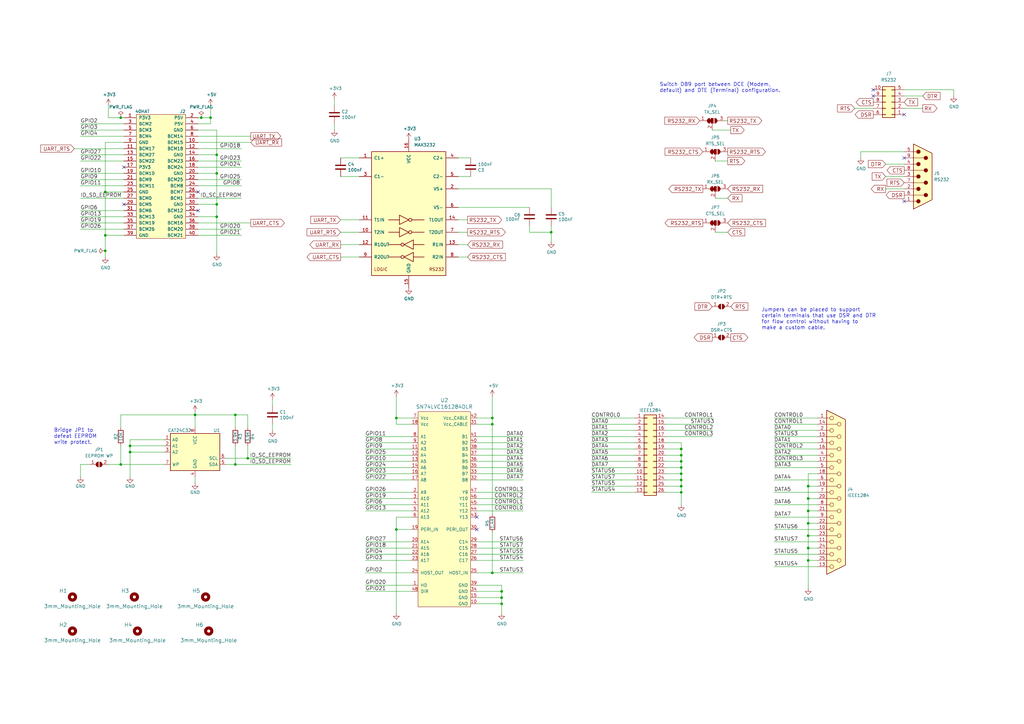
<source format=kicad_sch>
(kicad_sch (version 20230121) (generator eeschema)
  (paper "A3")
  (title_block (title "Raspberry Pi IEEE 1284 & Serial Port HAT") (date "2020-07-20") (rev "V.4"))
  (junction (at 86.36 48.26))
  (junction (at 53.34 182.88))
  (junction (at 201.93 173.99))
  (junction (at 162.56 217.17))
  (junction (at 205.74 242.57))
  (junction (at 331.47 229.87))
  (junction (at 279.4 199.39))
  (junction (at 279.4 184.15))
  (junction (at 279.4 194.31))
  (junction (at 205.74 245.11))
  (junction (at 331.47 224.79))
  (junction (at 88.9 63.5))
  (junction (at 201.93 171.45))
  (junction (at 43.18 78.74))
  (junction (at 96.52 170.18))
  (junction (at 279.4 191.77))
  (junction (at 43.18 96.52))
  (junction (at 88.9 83.82))
  (junction (at 226.06 95.25))
  (junction (at 331.47 209.55))
  (junction (at 279.4 196.85))
  (junction (at 331.47 199.39))
  (junction (at 43.18 102.87))
  (junction (at 279.4 186.69))
  (junction (at 205.74 247.65))
  (junction (at 88.9 71.12))
  (junction (at 53.34 185.42))
  (junction (at 201.93 234.95))
  (junction (at 101.6 187.96))
  (junction (at 279.4 201.93))
  (junction (at 331.47 204.47))
  (junction (at 49.53 190.5))
  (junction (at 49.53 48.26))
  (junction (at 331.47 219.71))
  (junction (at 82.55 48.26))
  (junction (at 88.9 88.9))
  (junction (at 96.52 190.5))
  (junction (at 331.47 214.63))
  (junction (at 162.56 171.45))
  (junction (at 80.01 170.18))
  (junction (at 279.4 189.23))
  (no_connect (at 50.8 83.82))
  (no_connect (at 195.58 212.09))
  (no_connect (at 370.84 46.99))
  (no_connect (at 81.28 86.36))
  (no_connect (at 81.28 78.74))
  (no_connect (at 358.14 39.37))
  (no_connect (at 50.8 68.58))
  (no_connect (at 370.84 82.55))
  (no_connect (at 358.14 36.83))
  (no_connect (at 370.84 64.77))
  (no_connect (at 195.58 217.17))
  (wire (pts (xy 162.56 217.17) (xy 162.56 251.46)))
  (wire (pts (xy 226.06 77.47) (xy 226.06 85.09)))
  (wire (pts (xy 168.91 242.57) (xy 149.86 242.57)))
  (wire (pts (xy 195.58 181.61) (xy 214.63 181.61)))
  (wire (pts (xy 260.35 201.93) (xy 242.57 201.93)))
  (wire (pts (xy 49.53 182.88) (xy 49.53 190.5)))
  (wire (pts (xy 96.52 170.18) (xy 80.01 170.18)))
  (wire (pts (xy 201.93 171.45) (xy 195.58 171.45)))
  (wire (pts (xy 226.06 95.25) (xy 226.06 99.06)))
  (wire (pts (xy 195.58 204.47) (xy 214.63 204.47)))
  (wire (pts (xy 80.01 195.58) (xy 80.01 198.12)))
  (wire (pts (xy 273.05 173.99) (xy 292.1 173.99)))
  (wire (pts (xy 195.58 227.33) (xy 214.63 227.33)))
  (wire (pts (xy 195.58 201.93) (xy 214.63 201.93)))
  (wire (pts (xy 139.7 64.77) (xy 147.32 64.77)))
  (wire (pts (xy 201.93 173.99) (xy 201.93 171.45)))
  (wire (pts (xy 137.16 50.8) (xy 137.16 53.34)))
  (wire (pts (xy 335.28 186.69) (xy 317.5 186.69)))
  (wire (pts (xy 30.48 60.96) (xy 50.8 60.96)))
  (wire (pts (xy 162.56 212.09) (xy 162.56 217.17)))
  (wire (pts (xy 81.28 63.5) (xy 88.9 63.5)))
  (wire (pts (xy 201.93 234.95) (xy 214.63 234.95)))
  (wire (pts (xy 273.05 186.69) (xy 279.4 186.69)))
  (wire (pts (xy 201.93 210.82) (xy 201.93 173.99)))
  (wire (pts (xy 53.34 185.42) (xy 67.31 185.42)))
  (wire (pts (xy 205.74 247.65) (xy 205.74 251.46)))
  (wire (pts (xy 81.28 68.58) (xy 99.06 68.58)))
  (wire (pts (xy 363.22 67.31) (xy 370.84 67.31)))
  (wire (pts (xy 195.58 240.03) (xy 205.74 240.03)))
  (wire (pts (xy 226.06 92.71) (xy 226.06 95.25)))
  (wire (pts (xy 96.52 190.5) (xy 119.38 190.5)))
  (wire (pts (xy 195.58 179.07) (xy 214.63 179.07)))
  (wire (pts (xy 350.52 44.45) (xy 358.14 44.45)))
  (wire (pts (xy 279.4 181.61) (xy 279.4 184.15)))
  (wire (pts (xy 363.22 72.39) (xy 370.84 72.39)))
  (wire (pts (xy 53.34 180.34) (xy 67.31 180.34)))
  (wire (pts (xy 370.84 39.37) (xy 378.46 39.37)))
  (wire (pts (xy 187.96 90.17) (xy 191.77 90.17)))
  (wire (pts (xy 43.18 102.87) (xy 43.18 105.41)))
  (wire (pts (xy 162.56 173.99) (xy 162.56 171.45)))
  (wire (pts (xy 43.18 58.42) (xy 43.18 78.74)))
  (wire (pts (xy 168.91 204.47) (xy 149.86 204.47)))
  (wire (pts (xy 335.28 176.53) (xy 317.5 176.53)))
  (wire (pts (xy 168.91 201.93) (xy 149.86 201.93)))
  (wire (pts (xy 195.58 207.01) (xy 214.63 207.01)))
  (wire (pts (xy 82.55 48.26) (xy 86.36 48.26)))
  (wire (pts (xy 50.8 53.34) (xy 33.02 53.34)))
  (wire (pts (xy 81.28 60.96) (xy 99.06 60.96)))
  (wire (pts (xy 205.74 240.03) (xy 205.74 242.57)))
  (wire (pts (xy 168.91 179.07) (xy 149.86 179.07)))
  (wire (pts (xy 168.91 224.79) (xy 149.86 224.79)))
  (wire (pts (xy 162.56 171.45) (xy 162.56 162.56)))
  (wire (pts (xy 195.58 222.25) (xy 214.63 222.25)))
  (wire (pts (xy 335.28 184.15) (xy 317.5 184.15)))
  (wire (pts (xy 331.47 214.63) (xy 331.47 219.71)))
  (wire (pts (xy 44.45 48.26) (xy 49.53 48.26)))
  (wire (pts (xy 226.06 77.47) (xy 187.96 77.47)))
  (wire (pts (xy 273.05 196.85) (xy 279.4 196.85)))
  (wire (pts (xy 297.18 49.53) (xy 298.45 49.53)))
  (wire (pts (xy 81.28 76.2) (xy 99.06 76.2)))
  (wire (pts (xy 50.8 78.74) (xy 43.18 78.74)))
  (wire (pts (xy 335.28 189.23) (xy 317.5 189.23)))
  (wire (pts (xy 335.28 201.93) (xy 317.5 201.93)))
  (wire (pts (xy 96.52 190.5) (xy 92.71 190.5)))
  (wire (pts (xy 201.93 218.44) (xy 201.93 234.95)))
  (wire (pts (xy 81.28 66.04) (xy 99.06 66.04)))
  (wire (pts (xy 335.28 212.09) (xy 317.5 212.09)))
  (wire (pts (xy 331.47 199.39) (xy 335.28 199.39)))
  (wire (pts (xy 205.74 242.57) (xy 205.74 245.11)))
  (wire (pts (xy 195.58 209.55) (xy 214.63 209.55)))
  (wire (pts (xy 279.4 201.93) (xy 279.4 207.01)))
  (wire (pts (xy 293.37 95.25) (xy 298.45 95.25)))
  (wire (pts (xy 168.91 240.03) (xy 149.86 240.03)))
  (wire (pts (xy 168.91 194.31) (xy 149.86 194.31)))
  (wire (pts (xy 81.28 50.8) (xy 86.36 50.8)))
  (wire (pts (xy 370.84 36.83) (xy 391.16 36.83)))
  (wire (pts (xy 50.8 81.28) (xy 33.02 81.28)))
  (wire (pts (xy 168.91 227.33) (xy 149.86 227.33)))
  (wire (pts (xy 33.02 190.5) (xy 36.83 190.5)))
  (wire (pts (xy 168.91 184.15) (xy 149.86 184.15)))
  (wire (pts (xy 195.58 186.69) (xy 214.63 186.69)))
  (wire (pts (xy 168.91 229.87) (xy 149.86 229.87)))
  (wire (pts (xy 331.47 224.79) (xy 331.47 229.87)))
  (wire (pts (xy 331.47 229.87) (xy 331.47 241.3)))
  (wire (pts (xy 293.37 81.28) (xy 298.45 81.28)))
  (wire (pts (xy 195.58 184.15) (xy 214.63 184.15)))
  (wire (pts (xy 81.28 93.98) (xy 99.06 93.98)))
  (wire (pts (xy 49.53 48.26) (xy 50.8 48.26)))
  (wire (pts (xy 331.47 199.39) (xy 331.47 204.47)))
  (wire (pts (xy 111.76 173.99) (xy 111.76 176.53)))
  (wire (pts (xy 50.8 86.36) (xy 33.02 86.36)))
  (wire (pts (xy 331.47 224.79) (xy 335.28 224.79)))
  (wire (pts (xy 44.45 190.5) (xy 49.53 190.5)))
  (wire (pts (xy 80.01 170.18) (xy 49.53 170.18)))
  (wire (pts (xy 335.28 194.31) (xy 331.47 194.31)))
  (wire (pts (xy 81.28 73.66) (xy 99.06 73.66)))
  (wire (pts (xy 260.35 191.77) (xy 242.57 191.77)))
  (wire (pts (xy 168.91 217.17) (xy 162.56 217.17)))
  (wire (pts (xy 260.35 199.39) (xy 242.57 199.39)))
  (wire (pts (xy 195.58 194.31) (xy 214.63 194.31)))
  (wire (pts (xy 260.35 179.07) (xy 242.57 179.07)))
  (wire (pts (xy 96.52 175.26) (xy 96.52 170.18)))
  (wire (pts (xy 101.6 170.18) (xy 96.52 170.18)))
  (wire (pts (xy 273.05 184.15) (xy 279.4 184.15)))
  (wire (pts (xy 168.91 173.99) (xy 162.56 173.99)))
  (wire (pts (xy 96.52 182.88) (xy 96.52 190.5)))
  (wire (pts (xy 50.8 93.98) (xy 33.02 93.98)))
  (wire (pts (xy 331.47 209.55) (xy 331.47 214.63)))
  (wire (pts (xy 43.18 78.74) (xy 43.18 96.52)))
  (wire (pts (xy 168.91 196.85) (xy 149.86 196.85)))
  (wire (pts (xy 86.36 50.8) (xy 86.36 48.26)))
  (wire (pts (xy 80.01 170.18) (xy 80.01 175.26)))
  (wire (pts (xy 81.28 48.26) (xy 82.55 48.26)))
  (wire (pts (xy 139.7 100.33) (xy 147.32 100.33)))
  (wire (pts (xy 43.18 96.52) (xy 43.18 102.87)))
  (wire (pts (xy 273.05 176.53) (xy 292.1 176.53)))
  (wire (pts (xy 195.58 196.85) (xy 214.63 196.85)))
  (wire (pts (xy 195.58 247.65) (xy 205.74 247.65)))
  (wire (pts (xy 335.28 181.61) (xy 317.5 181.61)))
  (wire (pts (xy 353.06 62.23) (xy 353.06 64.77)))
  (wire (pts (xy 335.28 171.45) (xy 317.5 171.45)))
  (wire (pts (xy 335.28 232.41) (xy 317.5 232.41)))
  (wire (pts (xy 88.9 88.9) (xy 88.9 104.14)))
  (wire (pts (xy 187.96 95.25) (xy 191.77 95.25)))
  (wire (pts (xy 101.6 187.96) (xy 101.6 182.88)))
  (wire (pts (xy 273.05 171.45) (xy 292.1 171.45)))
  (wire (pts (xy 102.87 58.42) (xy 81.28 58.42)))
  (wire (pts (xy 195.58 234.95) (xy 201.93 234.95)))
  (wire (pts (xy 81.28 71.12) (xy 88.9 71.12)))
  (wire (pts (xy 139.7 95.25) (xy 147.32 95.25)))
  (wire (pts (xy 81.28 83.82) (xy 88.9 83.82)))
  (wire (pts (xy 260.35 181.61) (xy 242.57 181.61)))
  (wire (pts (xy 187.96 85.09) (xy 217.17 85.09)))
  (wire (pts (xy 273.05 181.61) (xy 279.4 181.61)))
  (wire (pts (xy 139.7 105.41) (xy 147.32 105.41)))
  (wire (pts (xy 195.58 229.87) (xy 214.63 229.87)))
  (wire (pts (xy 273.05 179.07) (xy 292.1 179.07)))
  (wire (pts (xy 44.45 48.26) (xy 44.45 43.18)))
  (wire (pts (xy 378.46 44.45) (xy 370.84 44.45)))
  (wire (pts (xy 50.8 58.42) (xy 43.18 58.42)))
  (wire (pts (xy 187.96 100.33) (xy 191.77 100.33)))
  (wire (pts (xy 331.47 204.47) (xy 335.28 204.47)))
  (wire (pts (xy 260.35 173.99) (xy 242.57 173.99)))
  (wire (pts (xy 335.28 207.01) (xy 317.5 207.01)))
  (wire (pts (xy 279.4 189.23) (xy 279.4 191.77)))
  (wire (pts (xy 88.9 83.82) (xy 88.9 88.9)))
  (wire (pts (xy 139.7 90.17) (xy 147.32 90.17)))
  (wire (pts (xy 335.28 227.33) (xy 317.5 227.33)))
  (wire (pts (xy 168.91 212.09) (xy 162.56 212.09)))
  (wire (pts (xy 168.91 171.45) (xy 162.56 171.45)))
  (wire (pts (xy 168.91 186.69) (xy 149.86 186.69)))
  (wire (pts (xy 195.58 173.99) (xy 201.93 173.99)))
  (wire (pts (xy 50.8 73.66) (xy 33.02 73.66)))
  (wire (pts (xy 88.9 63.5) (xy 88.9 71.12)))
  (wire (pts (xy 195.58 242.57) (xy 205.74 242.57)))
  (wire (pts (xy 50.8 96.52) (xy 43.18 96.52)))
  (wire (pts (xy 81.28 96.52) (xy 99.06 96.52)))
  (wire (pts (xy 67.31 182.88) (xy 53.34 182.88)))
  (wire (pts (xy 53.34 180.34) (xy 53.34 182.88)))
  (wire (pts (xy 195.58 245.11) (xy 205.74 245.11)))
  (wire (pts (xy 331.47 194.31) (xy 331.47 199.39)))
  (wire (pts (xy 273.05 189.23) (xy 279.4 189.23)))
  (wire (pts (xy 292.1 53.34) (xy 299.72 53.34)))
  (wire (pts (xy 279.4 184.15) (xy 279.4 186.69)))
  (wire (pts (xy 168.91 189.23) (xy 149.86 189.23)))
  (wire (pts (xy 260.35 176.53) (xy 242.57 176.53)))
  (wire (pts (xy 168.91 191.77) (xy 149.86 191.77)))
  (wire (pts (xy 335.28 173.99) (xy 317.5 173.99)))
  (wire (pts (xy 335.28 217.17) (xy 317.5 217.17)))
  (wire (pts (xy 260.35 194.31) (xy 242.57 194.31)))
  (wire (pts (xy 205.74 245.11) (xy 205.74 247.65)))
  (wire (pts (xy 33.02 66.04) (xy 50.8 66.04)))
  (wire (pts (xy 50.8 50.8) (xy 33.02 50.8)))
  (wire (pts (xy 137.16 40.64) (xy 137.16 43.18)))
  (wire (pts (xy 201.93 162.56) (xy 201.93 171.45)))
  (wire (pts (xy 139.7 72.39) (xy 147.32 72.39)))
  (wire (pts (xy 260.35 186.69) (xy 242.57 186.69)))
  (wire (pts (xy 88.9 71.12) (xy 88.9 83.82)))
  (wire (pts (xy 168.91 234.95) (xy 149.86 234.95)))
  (wire (pts (xy 273.05 191.77) (xy 279.4 191.77)))
  (wire (pts (xy 50.8 63.5) (xy 33.02 63.5)))
  (wire (pts (xy 331.47 229.87) (xy 335.28 229.87)))
  (wire (pts (xy 335.28 196.85) (xy 317.5 196.85)))
  (wire (pts (xy 80.01 168.91) (xy 80.01 170.18)))
  (wire (pts (xy 370.84 62.23) (xy 353.06 62.23)))
  (wire (pts (xy 335.28 179.07) (xy 317.5 179.07)))
  (wire (pts (xy 273.05 201.93) (xy 279.4 201.93)))
  (wire (pts (xy 260.35 189.23) (xy 242.57 189.23)))
  (wire (pts (xy 331.47 219.71) (xy 331.47 224.79)))
  (wire (pts (xy 195.58 191.77) (xy 214.63 191.77)))
  (wire (pts (xy 81.28 53.34) (xy 88.9 53.34)))
  (wire (pts (xy 335.28 191.77) (xy 317.5 191.77)))
  (wire (pts (xy 273.05 199.39) (xy 279.4 199.39)))
  (wire (pts (xy 101.6 187.96) (xy 119.38 187.96)))
  (wire (pts (xy 335.28 222.25) (xy 317.5 222.25)))
  (wire (pts (xy 92.71 187.96) (xy 101.6 187.96)))
  (wire (pts (xy 279.4 196.85) (xy 279.4 199.39)))
  (wire (pts (xy 50.8 76.2) (xy 33.02 76.2)))
  (wire (pts (xy 50.8 91.44) (xy 33.02 91.44)))
  (wire (pts (xy 279.4 199.39) (xy 279.4 201.93)))
  (wire (pts (xy 88.9 53.34) (xy 88.9 63.5)))
  (wire (pts (xy 293.37 66.04) (xy 298.45 66.04)))
  (wire (pts (xy 50.8 88.9) (xy 33.02 88.9)))
  (wire (pts (xy 273.05 194.31) (xy 279.4 194.31)))
  (wire (pts (xy 50.8 71.12) (xy 33.02 71.12)))
  (wire (pts (xy 331.47 219.71) (xy 335.28 219.71)))
  (wire (pts (xy 81.28 81.28) (xy 99.06 81.28)))
  (wire (pts (xy 81.28 91.44) (xy 102.87 91.44)))
  (wire (pts (xy 279.4 194.31) (xy 279.4 196.85)))
  (wire (pts (xy 217.17 92.71) (xy 217.17 95.25)))
  (wire (pts (xy 33.02 190.5) (xy 33.02 195.58)))
  (wire (pts (xy 279.4 186.69) (xy 279.4 189.23)))
  (wire (pts (xy 331.47 204.47) (xy 331.47 209.55)))
  (wire (pts (xy 260.35 171.45) (xy 242.57 171.45)))
  (wire (pts (xy 81.28 88.9) (xy 88.9 88.9)))
  (wire (pts (xy 187.96 64.77) (xy 193.04 64.77)))
  (wire (pts (xy 363.22 77.47) (xy 370.84 77.47)))
  (wire (pts (xy 49.53 175.26) (xy 49.53 170.18)))
  (wire (pts (xy 260.35 196.85) (xy 242.57 196.85)))
  (wire (pts (xy 102.87 55.88) (xy 81.28 55.88)))
  (wire (pts (xy 331.47 209.55) (xy 335.28 209.55)))
  (wire (pts (xy 168.91 181.61) (xy 149.86 181.61)))
  (wire (pts (xy 101.6 175.26) (xy 101.6 170.18)))
  (wire (pts (xy 50.8 55.88) (xy 33.02 55.88)))
  (wire (pts (xy 260.35 184.15) (xy 242.57 184.15)))
  (wire (pts (xy 168.91 209.55) (xy 149.86 209.55)))
  (wire (pts (xy 53.34 182.88) (xy 53.34 185.42)))
  (wire (pts (xy 111.76 163.83) (xy 111.76 166.37)))
  (wire (pts (xy 279.4 191.77) (xy 279.4 194.31)))
  (wire (pts (xy 187.96 72.39) (xy 193.04 72.39)))
  (wire (pts (xy 195.58 189.23) (xy 214.63 189.23)))
  (wire (pts (xy 168.91 207.01) (xy 149.86 207.01)))
  (wire (pts (xy 195.58 224.79) (xy 214.63 224.79)))
  (wire (pts (xy 391.16 36.83) (xy 391.16 39.37)))
  (wire (pts (xy 217.17 95.25) (xy 226.06 95.25)))
  (wire (pts (xy 86.36 48.26) (xy 86.36 43.18)))
  (wire (pts (xy 168.91 222.25) (xy 149.86 222.25)))
  (wire (pts (xy 53.34 185.42) (xy 53.34 195.58)))
  (wire (pts (xy 331.47 214.63) (xy 335.28 214.63)))
  (wire (pts (xy 191.77 105.41) (xy 187.96 105.41)))
  (wire (pts (xy 49.53 190.5) (xy 67.31 190.5)))
  (text "Switch DB9 port between DCE (Modem, \ndefault) and DTE (Terminal) configuration." (at 270.51 38.1 0) (effects (font (size 1.524 1.524)) (justify left bottom)))
  (text "Bridge JP1 to\ndefeat EEPROM\nwrite protect." (at 22.098 182.372 0) (effects (font (size 1.524 1.524)) (justify left bottom)))
  (text "Jumpers can be placed to support \ncertain terminals that use DSR and DTR \nfor flow control without having to \nmake a custom cable." (at 312.293 135.382 0) (effects (font (size 1.524 1.524)) (justify left bottom)))
  (label "GPIO10" (at 149.86 189.23 0) (effects (font (size 1.524 1.524))))
  (label "DATA2" (at 214.63 184.15 180) (effects (font (size 1.524 1.524))))
  (label "STATUS7" (at 242.57 196.85 0) (effects (font (size 1.524 1.524))))
  (label "GPIO13" (at 149.86 209.55 0) (effects (font (size 1.524 1.524))))
  (label "DATA5" (at 214.63 191.77 180) (effects (font (size 1.524 1.524))))
  (label "STATUS5" (at 214.63 227.33 180) (effects (font (size 1.524 1.524))))
  (label "CONTROL0" (at 317.5 171.45 0) (effects (font (size 1.524 1.524))))
  (label "CONTROL0" (at 242.57 171.45 0) (effects (font (size 1.524 1.524))))
  (label "GPIO18" (at 90.17 60.96 0) (effects (font (size 1.524 1.524))))
  (label "ID_SD_EEPROM" (at 33.02 81.28 0) (effects (font (size 1.524 1.524))))
  (label "STATUS4" (at 317.5 232.41 0) (effects (font (size 1.524 1.524))))
  (label "GPIO6" (at 33.02 86.36 0) (effects (font (size 1.524 1.524))))
  (label "STATUS3" (at 317.5 179.07 0) (effects (font (size 1.524 1.524))))
  (label "DATA7" (at 242.57 191.77 0) (effects (font (size 1.524 1.524))))
  (label "DATA4" (at 214.63 189.23 180) (effects (font (size 1.524 1.524))))
  (label "GPIO25" (at 90.17 73.66 0) (effects (font (size 1.524 1.524))))
  (label "DATA6" (at 214.63 194.31 180) (effects (font (size 1.524 1.524))))
  (label "GPIO4" (at 33.02 55.88 0) (effects (font (size 1.524 1.524))))
  (label "GPIO21" (at 149.86 242.57 0) (effects (font (size 1.524 1.524))))
  (label "DATA7" (at 214.63 196.85 180) (effects (font (size 1.524 1.524))))
  (label "CONTROL0" (at 214.63 209.55 180) (effects (font (size 1.524 1.524))))
  (label "DATA5" (at 242.57 186.69 0) (effects (font (size 1.524 1.524))))
  (label "CONTROL2" (at 317.5 184.15 0) (effects (font (size 1.524 1.524))))
  (label "STATUS4" (at 242.57 201.93 0) (effects (font (size 1.524 1.524))))
  (label "DATA5" (at 317.5 201.93 0) (effects (font (size 1.524 1.524))))
  (label "GPIO2" (at 33.02 50.8 0) (effects (font (size 1.524 1.524))))
  (label "GPIO26" (at 149.86 201.93 0) (effects (font (size 1.524 1.524))))
  (label "GPIO23" (at 90.17 66.04 0) (effects (font (size 1.524 1.524))))
  (label "STATUS3" (at 283.21 173.99 0) (effects (font (size 1.524 1.524))))
  (label "CONTROL1" (at 280.67 171.45 0) (effects (font (size 1.524 1.524))))
  (label "DATA0" (at 317.5 176.53 0) (effects (font (size 1.524 1.524))))
  (label "GPIO8" (at 91.44 76.2 0) (effects (font (size 1.524 1.524))))
  (label "GPIO9" (at 33.02 73.66 0) (effects (font (size 1.524 1.524))))
  (label "DATA3" (at 242.57 181.61 0) (effects (font (size 1.524 1.524))))
  (label "DATA3" (at 214.63 186.69 180) (effects (font (size 1.524 1.524))))
  (label "GPIO18" (at 149.86 224.79 0) (effects (font (size 1.524 1.524))))
  (label "DATA3" (at 317.5 191.77 0) (effects (font (size 1.524 1.524))))
  (label "GPIO10" (at 33.02 71.12 0) (effects (font (size 1.524 1.524))))
  (label "GPIO23" (at 149.86 194.31 0) (effects (font (size 1.524 1.524))))
  (label "GPIO11" (at 149.86 179.07 0) (effects (font (size 1.524 1.524))))
  (label "STATUS5" (at 317.5 227.33 0) (effects (font (size 1.524 1.524))))
  (label "CONTROL3" (at 317.5 189.23 0) (effects (font (size 1.524 1.524))))
  (label "CONTROL1" (at 317.5 173.99 0) (effects (font (size 1.524 1.524))))
  (label "DATA6" (at 317.5 207.01 0) (effects (font (size 1.524 1.524))))
  (label "GPIO24" (at 149.86 191.77 0) (effects (font (size 1.524 1.524))))
  (label "CONTROL1" (at 214.63 207.01 180) (effects (font (size 1.524 1.524))))
  (label "DATA1" (at 317.5 181.61 0) (effects (font (size 1.524 1.524))))
  (label "STATUS6" (at 242.57 194.31 0) (effects (font (size 1.524 1.524))))
  (label "ID_SC_EEPROM" (at 99.06 81.28 180) (effects (font (size 1.524 1.524))))
  (label "DATA2" (at 317.5 186.69 0) (effects (font (size 1.524 1.524))))
  (label "DATA4" (at 317.5 196.85 0) (effects (font (size 1.524 1.524))))
  (label "GPIO25" (at 149.86 186.69 0) (effects (font (size 1.524 1.524))))
  (label "STATUS7" (at 214.63 224.79 180) (effects (font (size 1.524 1.524))))
  (label "DATA4" (at 242.57 184.15 0) (effects (font (size 1.524 1.524))))
  (label "GPIO2" (at 149.86 234.95 0) (effects (font (size 1.524 1.524))))
  (label "GPIO22" (at 149.86 196.85 0) (effects (font (size 1.524 1.524))))
  (label "DATA1" (at 214.63 181.61 180) (effects (font (size 1.524 1.524))))
  (label "DATA1" (at 242.57 176.53 0) (effects (font (size 1.524 1.524))))
  (label "ID_SC_EEPROM" (at 119.38 187.96 180) (effects (font (size 1.524 1.524))))
  (label "GPIO20" (at 90.17 93.98 0) (effects (font (size 1.524 1.524))))
  (label "STATUS6" (at 317.5 217.17 0) (effects (font (size 1.524 1.524))))
  (label "STATUS4" (at 214.63 229.87 180) (effects (font (size 1.524 1.524))))
  (label "GPIO27" (at 149.86 222.25 0) (effects (font (size 1.524 1.524))))
  (label "DATA7" (at 317.5 212.09 0) (effects (font (size 1.524 1.524))))
  (label "GPIO8" (at 149.86 181.61 0) (effects (font (size 1.524 1.524))))
  (label "GPIO13" (at 33.02 88.9 0) (effects (font (size 1.524 1.524))))
  (label "STATUS5" (at 242.57 199.39 0) (effects (font (size 1.524 1.524))))
  (label "CONTROL2" (at 214.63 204.47 180) (effects (font (size 1.524 1.524))))
  (label "GPIO19" (at 149.86 204.47 0) (effects (font (size 1.524 1.524))))
  (label "ID_SD_EEPROM" (at 119.38 190.5 180) (effects (font (size 1.524 1.524))))
  (label "GPIO20" (at 149.86 240.03 0) (effects (font (size 1.524 1.524))))
  (label "GPIO4" (at 149.86 227.33 0) (effects (font (size 1.524 1.524))))
  (label "DATA0" (at 242.57 173.99 0) (effects (font (size 1.524 1.524))))
  (label "DATA2" (at 242.57 179.07 0) (effects (font (size 1.524 1.524))))
  (label "GPIO21" (at 90.17 96.52 0) (effects (font (size 1.524 1.524))))
  (label "DATA0" (at 214.63 179.07 180) (effects (font (size 1.524 1.524))))
  (label "GPIO19" (at 33.02 91.44 0) (effects (font (size 1.524 1.524))))
  (label "GPIO6" (at 149.86 207.01 0) (effects (font (size 1.524 1.524))))
  (label "STATUS6" (at 214.63 222.25 180) (effects (font (size 1.524 1.524))))
  (label "CONTROL3" (at 280.67 179.07 0) (effects (font (size 1.524 1.524))))
  (label "DATA6" (at 242.57 189.23 0) (effects (font (size 1.524 1.524))))
  (label "STATUS3" (at 214.63 234.95 180) (effects (font (size 1.524 1.524))))
  (label "GPIO27" (at 33.02 63.5 0) (effects (font (size 1.524 1.524))))
  (label "GPIO26" (at 33.02 93.98 0) (effects (font (size 1.524 1.524))))
  (label "GPIO9" (at 149.86 184.15 0) (effects (font (size 1.524 1.524))))
  (label "CONTROL3" (at 214.63 201.93 180) (effects (font (size 1.524 1.524))))
  (label "GPIO22" (at 33.02 66.04 0) (effects (font (size 1.524 1.524))))
  (label "CONTROL2" (at 280.67 176.53 0) (effects (font (size 1.524 1.524))))
  (label "GPIO24" (at 90.17 68.58 0) (effects (font (size 1.524 1.524))))
  (label "STATUS7" (at 317.5 222.25 0) (effects (font (size 1.524 1.524))))
  (label "GPIO11" (at 33.02 76.2 0) (effects (font (size 1.524 1.524))))
  (label "GPIO3" (at 149.86 229.87 0) (effects (font (size 1.524 1.524))))
  (label "GPIO3" (at 33.02 53.34 0) (effects (font (size 1.524 1.524))))
  (global_label "RTS" (shape input) (at 350.52 44.45 180) (effects (font (size 1.524 1.524))) (property "Intersheetrefs" "${INTERSHEET_REFS}" (effects hide)))
  (global_label "DTR" (shape input) (at 378.46 39.37 0) (effects (font (size 1.524 1.524))) (property "Intersheetrefs" "${INTERSHEET_REFS}" (effects hide)))
  (global_label "RS232_TX" (shape output) (at 288.29 77.47 180) (effects (font (size 1.524 1.524))) (property "Intersheetrefs" "${INTERSHEET_REFS}" (effects hide)))
  (global_label "CTS" (shape input) (at 298.45 95.25 0) (effects (font (size 1.524 1.524))) (property "Intersheetrefs" "${INTERSHEET_REFS}" (effects hide)))
  (global_label "CTS" (shape output) (at 299.72 138.43 0) (effects (font (size 1.524 1.524))) (property "Intersheetrefs" "${INTERSHEET_REFS}" (effects hide)))
  (global_label "RS232_RTS" (shape output) (at 191.77 95.25 0) (effects (font (size 1.524 1.524))) (property "Intersheetrefs" "${INTERSHEET_REFS}" (effects hide)))
  (global_label "RS232_RX" (shape input) (at 191.77 100.33 0) (effects (font (size 1.524 1.524))) (property "Intersheetrefs" "${INTERSHEET_REFS}" (effects hide)))
  (global_label "RS232_CTS" (shape input) (at 288.29 62.23 180) (effects (font (size 1.524 1.524))) (property "Intersheetrefs" "${INTERSHEET_REFS}" (effects hide)))
  (global_label "RTS" (shape input) (at 299.72 125.73 0) (effects (font (size 1.524 1.524))) (property "Intersheetrefs" "${INTERSHEET_REFS}" (effects hide)))
  (global_label "UART_RX" (shape output) (at 139.7 100.33 180) (effects (font (size 1.524 1.524))) (property "Intersheetrefs" "${INTERSHEET_REFS}" (effects hide)))
  (global_label "TX" (shape output) (at 299.72 53.34 0) (effects (font (size 1.524 1.524))) (property "Intersheetrefs" "${INTERSHEET_REFS}" (effects hide)))
  (global_label "UART_CTS" (shape output) (at 102.87 91.44 0) (effects (font (size 1.524 1.524))) (property "Intersheetrefs" "${INTERSHEET_REFS}" (effects hide)))
  (global_label "TX" (shape input) (at 370.84 41.91 0) (effects (font (size 1.524 1.524))) (property "Intersheetrefs" "${INTERSHEET_REFS}" (effects hide)))
  (global_label "UART_RX" (shape input) (at 102.87 58.42 0) (effects (font (size 1.524 1.524))) (property "Intersheetrefs" "${INTERSHEET_REFS}" (effects hide)))
  (global_label "CTS" (shape output) (at 358.14 41.91 180) (effects (font (size 1.524 1.524))) (property "Intersheetrefs" "${INTERSHEET_REFS}" (effects hide)))
  (global_label "UART_RTS" (shape input) (at 30.48 60.96 180) (effects (font (size 1.524 1.524))) (property "Intersheetrefs" "${INTERSHEET_REFS}" (effects hide)))
  (global_label "DSR" (shape output) (at 370.84 80.01 180) (effects (font (size 1.524 1.524))) (property "Intersheetrefs" "${INTERSHEET_REFS}" (effects hide)))
  (global_label "UART_TX" (shape input) (at 139.7 90.17 180) (effects (font (size 1.524 1.524))) (property "Intersheetrefs" "${INTERSHEET_REFS}" (effects hide)))
  (global_label "RS232_RTS" (shape output) (at 288.29 91.44 180) (effects (font (size 1.524 1.524))) (property "Intersheetrefs" "${INTERSHEET_REFS}" (effects hide)))
  (global_label "RX" (shape input) (at 298.45 81.28 0) (effects (font (size 1.524 1.524))) (property "Intersheetrefs" "${INTERSHEET_REFS}" (effects hide)))
  (global_label "RS232_CTS" (shape input) (at 191.77 105.41 0) (effects (font (size 1.524 1.524))) (property "Intersheetrefs" "${INTERSHEET_REFS}" (effects hide)))
  (global_label "RS232_RX" (shape input) (at 298.45 77.47 0) (effects (font (size 1.524 1.524))) (property "Intersheetrefs" "${INTERSHEET_REFS}" (effects hide)))
  (global_label "RS232_CTS" (shape input) (at 298.45 91.44 0) (effects (font (size 1.524 1.524))) (property "Intersheetrefs" "${INTERSHEET_REFS}" (effects hide)))
  (global_label "RS232_TX" (shape output) (at 191.77 90.17 0) (effects (font (size 1.524 1.524))) (property "Intersheetrefs" "${INTERSHEET_REFS}" (effects hide)))
  (global_label "DTR" (shape input) (at 292.1 125.73 180) (effects (font (size 1.524 1.524))) (property "Intersheetrefs" "${INTERSHEET_REFS}" (effects hide)))
  (global_label "UART_CTS" (shape output) (at 139.7 105.41 180) (effects (font (size 1.524 1.524))) (property "Intersheetrefs" "${INTERSHEET_REFS}" (effects hide)))
  (global_label "DTR" (shape input) (at 363.22 67.31 180) (effects (font (size 1.524 1.524))) (property "Intersheetrefs" "${INTERSHEET_REFS}" (effects hide)))
  (global_label "TX" (shape input) (at 363.22 72.39 180) (effects (font (size 1.524 1.524))) (property "Intersheetrefs" "${INTERSHEET_REFS}" (effects hide)))
  (global_label "RS232_RX" (shape input) (at 287.02 49.53 180) (effects (font (size 1.524 1.524))) (property "Intersheetrefs" "${INTERSHEET_REFS}" (effects hide)))
  (global_label "DSR" (shape output) (at 292.1 138.43 180) (effects (font (size 1.524 1.524))) (property "Intersheetrefs" "${INTERSHEET_REFS}" (effects hide)))
  (global_label "RTS" (shape input) (at 370.84 74.93 180) (effects (font (size 1.524 1.524))) (property "Intersheetrefs" "${INTERSHEET_REFS}" (effects hide)))
  (global_label "UART_TX" (shape output) (at 102.87 55.88 0) (effects (font (size 1.524 1.524))) (property "Intersheetrefs" "${INTERSHEET_REFS}" (effects hide)))
  (global_label "RTS" (shape output) (at 298.45 66.04 0) (effects (font (size 1.524 1.524))) (property "Intersheetrefs" "${INTERSHEET_REFS}" (effects hide)))
  (global_label "CTS" (shape output) (at 370.84 69.85 180) (effects (font (size 1.524 1.524))) (property "Intersheetrefs" "${INTERSHEET_REFS}" (effects hide)))
  (global_label "DSR" (shape output) (at 358.14 46.99 180) (effects (font (size 1.524 1.524))) (property "Intersheetrefs" "${INTERSHEET_REFS}" (effects hide)))
  (global_label "RS232_RTS" (shape output) (at 298.45 62.23 0) (effects (font (size 1.524 1.524))) (property "Intersheetrefs" "${INTERSHEET_REFS}" (effects hide)))
  (global_label "RX" (shape output) (at 363.22 77.47 180) (effects (font (size 1.524 1.524))) (property "Intersheetrefs" "${INTERSHEET_REFS}" (effects hide)))
  (global_label "RS232_TX" (shape output) (at 298.45 49.53 0) (effects (font (size 1.524 1.524))) (property "Intersheetrefs" "${INTERSHEET_REFS}" (effects hide)))
  (global_label "UART_RTS" (shape input) (at 139.7 95.25 180) (effects (font (size 1.524 1.524))) (property "Intersheetrefs" "${INTERSHEET_REFS}" (effects hide)))
  (global_label "RX" (shape output) (at 378.46 44.45 0) (effects (font (size 1.524 1.524))) (property "Intersheetrefs" "${INTERSHEET_REFS}" (effects hide)))
  (symbol (lib_id "Mechanical:MountingHole") (at 29.718 244.856 0) (unit 1)
    (property "Reference" "H1" (at 25.908 242.316 0) (effects (font (size 1.524 1.524))))
    (property "Value" "3mm_Mounting_Hole" (at 29.718 248.666 0) (effects (font (size 1.524 1.524))))
    (property "Footprint" "project_footprints:NPTH_3mm_ID" (effects hide))
  )
  (symbol (lib_id "Mechanical:MountingHole") (at 55.118 244.856 0) (unit 1)
    (property "Reference" "H3" (at 51.308 242.316 0) (effects (font (size 1.524 1.524))))
    (property "Value" "3mm_Mounting_Hole" (at 55.118 248.666 0) (effects (font (size 1.524 1.524))))
    (property "Footprint" "project_footprints:NPTH_3mm_ID" (effects hide))
  )
  (symbol (lib_id "Mechanical:MountingHole") (at 29.718 258.826 0) (unit 1)
    (property "Reference" "H2" (at 25.908 256.286 0) (effects (font (size 1.524 1.524))))
    (property "Value" "3mm_Mounting_Hole" (at 29.718 262.636 0) (effects (font (size 1.524 1.524))))
    (property "Footprint" "project_footprints:NPTH_3mm_ID" (effects hide))
  )
  (symbol (lib_id "Mechanical:MountingHole") (at 56.388 258.826 0) (unit 1)
    (property "Reference" "H4" (at 52.578 256.286 0) (effects (font (size 1.524 1.524))))
    (property "Value" "3mm_Mounting_Hole" (at 56.388 262.636 0) (effects (font (size 1.524 1.524))))
    (property "Footprint" "project_footprints:NPTH_3mm_ID" (effects hide))
  )
  (symbol (lib_id "raspberrypi_hat:OX40HAT") (at 66.04 48.26 0) (unit 1)
    (property "Reference" "J2" (at 74.93 45.72 0))
    (property "Value" "40HAT" (at 58.42 45.72 0))
    (property "Footprint" "Connector_PinSocket_2.54mm:PinSocket_2x20_P2.54mm_Vertical" (effects hide))
    (property "Digi-Key_PN" "S7123-ND" (effects hide))
    (property "MPN" "PPPC202LFBN-RC" (effects hide))
    (property "Manufacturer" "Sullins Connector Solutions" (effects hide))
    (property "Package" "through-hole (2.54mm pitch)" (effects hide))
    (property "Description" "20x2 female header" (effects hide))
    (property "Notes" "pi GPIO header" (effects hide))
  )
  (symbol (lib_id "raspberrypi_hat:CAT24C32") (at 80.01 185.42 0) (unit 1)
    (property "Reference" "U1" (at 88.9 176.53 0))
    (property "Value" "CAT24C32" (at 73.66 176.53 0))
    (property "Footprint" "Package_SO:SOIC-8_3.9x4.9mm_P1.27mm" (effects hide))
    (property "Datasheet" "https://www.onsemi.com/pub/Collateral/CAT24C32-D.PDF" (effects hide))
    (property "Digi-Key_PN" "CAT24C32WI-GT3CT-ND" (effects hide))
    (property "MPN" "CAT24C32WI-GT3" (effects hide))
    (property "Manufacturer" "ON Semiconductor" (effects hide))
    (property "Package" "8-SOIC" (effects hide))
    (property "Description" "I2C Serial EEPROM 32Kb" (effects hide))
    (property "Notes" "ID EEPROM" (effects hide))
  )
  (symbol (lib_id "Device:R") (at 96.52 179.07 0) (unit 1)
    (property "Reference" "R3" (at 98.552 179.07 90))
    (property "Value" "3.9K" (at 96.52 179.07 90))
    (property "Footprint" "Resistor_SMD:R_0603_1608Metric_Pad0.98x0.95mm_HandSolder" (effects hide))
    (property "Digi-Key_PN" "P3.90KCCT-ND" (effects hide))
    (property "MPN" "ERJ-6ENF3901V" (effects hide))
    (property "Manufacturer" "Panasonic Electronic Components" (effects hide))
    (property "Package" "0805" (effects hide))
    (property "Description" "3.9K, 1/8 watt resistor" (effects hide))
    (property "Notes" "Pull-ups for ID EEPROM" (effects hide))
  )
  (symbol (lib_id "Device:R") (at 101.6 179.07 0) (unit 1)
    (property "Reference" "R4" (at 103.632 179.07 90))
    (property "Value" "3.9K" (at 101.6 179.07 90))
    (property "Footprint" "Resistor_SMD:R_0603_1608Metric_Pad0.98x0.95mm_HandSolder" (effects hide))
    (property "Digi-Key_PN" "P3.90KCCT-ND" (effects hide))
    (property "MPN" "ERJ-6ENF3901V" (effects hide))
    (property "Manufacturer" "Panasonic Electronic Components" (effects hide))
    (property "Package" "0805" (effects hide))
    (property "Description" "3.9K, 1/8 watt resistor" (effects hide))
    (property "Notes" "Pull-ups for ID EEPROM" (effects hide))
  )
  (symbol (lib_id "Device:R") (at 49.53 179.07 180) (unit 1)
    (property "Reference" "R2" (at 47.498 179.07 90))
    (property "Value" "10K" (at 49.53 179.07 90))
    (property "Footprint" "Resistor_SMD:R_0603_1608Metric_Pad0.98x0.95mm_HandSolder" (effects hide))
    (property "Digi-Key_PN" "P10.0KCCT-ND" (effects hide))
    (property "MPN" "ERJ-6ENF1002V" (effects hide))
    (property "Manufacturer" "Panasonic Electronic Components" (effects hide))
    (property "Package" "0805" (effects hide))
    (property "Description" "10K, 1/8 watt resistor" (effects hide))
    (property "Notes" "Pull-up for EEPROM write protect" (effects hide))
  )
  (symbol (lib_id "power:GND") (at 53.34 195.58 0) (unit 1)
    (property "Reference" "#PWR03" (effects hide))
    (property "Value" "GND" (at 53.34 199.39 0))
  )
  (symbol (lib_id "power:GND") (at 80.01 198.12 0) (unit 1)
    (property "Reference" "#PWR07" (effects hide))
    (property "Value" "GND" (at 80.01 201.93 0))
  )
  (symbol (lib_id "Device:R") (at 201.93 214.63 180) (unit 1)
    (property "Reference" "R5" (at 199.898 214.63 90))
    (property "Value" "1.4K" (at 201.93 214.63 90))
    (property "Footprint" "Resistor_SMD:R_0603_1608Metric_Pad0.98x0.95mm_HandSolder" (effects hide))
    (property "Digi-Key_PN" "P1.40KCCT-ND" (effects hide))
    (property "MPN" "ERJ-6ENF1401V" (effects hide))
    (property "Manufacturer" "Panasonic Electronic Components" (effects hide))
    (property "Package" "0805" (effects hide))
    (property "Description" "1.4K ohm, 1/8 watt resistor" (effects hide))
    (property "Notes" "Pull-up for STATUS3" (effects hide))
  )
  (symbol (lib_id "power:GND") (at 88.9 104.14 0) (unit 1)
    (property "Reference" "#PWR0101" (effects hide))
    (property "Value" "GND" (at 89.027 108.5342 0))
  )
  (symbol (lib_id "Connector_Generic:Conn_02x13_Top_Bottom") (at 265.43 186.69 0) (unit 1)
    (property "Reference" "J3" (at 266.7 165.9382 0))
    (property "Value" "IEEE1284" (at 266.7 168.2496 0))
    (property "Footprint" "Connector_PinHeader_2.54mm:PinHeader_2x13_P2.54mm_Vertical" (effects hide))
    (property "Digi-Key_PN" "609-3349-ND" (effects hide))
    (property "MPN" "68021-226HLF" (effects hide))
    (property "Manufacturer" "Amphenol ICC (FCI)" (effects hide))
    (property "Package" "through-hole (2.54mm pitch)" (effects hide))
    (property "Description" "13x2 male header 90 degree" (effects hide))
    (property "Notes" "Straight or 90 degree depending on application" (effects hide))
  )
  (symbol (lib_id "power:GND") (at 279.4 207.01 0) (unit 1)
    (property "Reference" "#PWR014" (effects hide))
    (property "Value" "GND" (at 279.527 211.4042 0))
  )
  (symbol (lib_id "power:GND") (at 43.18 105.41 0) (unit 1)
    (property "Reference" "#PWR01" (effects hide))
    (property "Value" "GND" (at 43.307 109.8042 0))
  )
  (symbol (lib_id "pi-parport-rescue:+3.3V-power") (at 80.01 168.91 0) (unit 1)
    (property "Reference" "#PWR06" (effects hide))
    (property "Value" "+3.3V" (at 80.391 164.5158 0))
  )
  (symbol (lib_id "pi-parport-rescue:+3.3V-power") (at 44.45 43.18 0) (unit 1)
    (property "Reference" "#PWR02" (effects hide))
    (property "Value" "+3.3V" (at 44.831 38.7858 0))
  )
  (symbol (lib_id "power:+5V") (at 86.36 43.18 0) (unit 1)
    (property "Reference" "#PWR08" (effects hide))
    (property "Value" "+5V" (at 86.741 38.7858 0))
  )
  (symbol (lib_id "parport:SN74LVC161284DLR") (at 228.6 195.58 0) (unit 1)
    (property "Reference" "U2" (at 182.245 164.1602 0) (effects (font (size 1.524 1.524))))
    (property "Value" "SN74LVC161284DLR" (at 182.245 166.8526 0) (effects (font (size 1.524 1.524))))
    (property "Footprint" "Package_SO:SSOP-48_7.5x15.9mm_P0.635mm" (effects hide))
    (property "Datasheet" "http://www.ti.com/lit/ds/symlink/sn74lvc161284.pdf" (effects hide))
    (property "Digi-Key_PN" "296-8467-5-ND" (effects hide))
    (property "MPN" "SN74LVC161284DL" (effects hide))
    (property "Manufacturer" "Texas Instruments" (effects hide))
    (property "Package" "48-SSOP" (effects hide))
    (property "Description" "19-bit bus interface with 3-state outputs" (effects hide))
    (property "Notes" "pin 1 marking oriented opposite J3" (effects hide))
  )
  (symbol (lib_id "power:+5V") (at 201.93 162.56 0) (unit 1)
    (property "Reference" "#PWR012" (effects hide))
    (property "Value" "+5V" (at 202.311 158.1658 0))
  )
  (symbol (lib_id "pi-parport-rescue:+3.3V-power") (at 162.56 162.56 0) (unit 1)
    (property "Reference" "#PWR09" (effects hide))
    (property "Value" "+3.3V" (at 162.941 158.1658 0))
  )
  (symbol (lib_id "power:GND") (at 162.56 251.46 0) (unit 1)
    (property "Reference" "#PWR010" (effects hide))
    (property "Value" "GND" (at 162.687 255.8542 0))
  )
  (symbol (lib_id "power:PWR_FLAG") (at 49.53 48.26 0) (unit 1)
    (property "Reference" "#FLG02" (effects hide))
    (property "Value" "PWR_FLAG" (at 49.53 43.8658 0))
  )
  (symbol (lib_id "power:PWR_FLAG") (at 82.55 48.26 0) (unit 1)
    (property "Reference" "#FLG03" (effects hide))
    (property "Value" "PWR_FLAG" (at 82.55 43.8658 0))
  )
  (symbol (lib_id "power:GND") (at 205.74 251.46 0) (unit 1)
    (property "Reference" "#PWR013" (effects hide))
    (property "Value" "GND" (at 205.867 255.8542 0))
  )
  (symbol (lib_id "power:PWR_FLAG") (at 43.18 102.87 90) (unit 1)
    (property "Reference" "#FLG01" (effects hide))
    (property "Value" "PWR_FLAG" (at 39.9542 102.87 90) (effects (justify left)))
  )
  (symbol (lib_id "Device:C") (at 137.16 46.99 0) (unit 1)
    (property "Reference" "C2" (at 140.081 45.8216 0) (effects (justify left)))
    (property "Value" "100nF" (at 140.081 48.133 0) (effects (justify left)))
    (property "Footprint" "Capacitor_SMD:C_0603_1608Metric_Pad1.08x0.95mm_HandSolder" (effects hide))
    (property "Digi-Key_PN" "399-1177-1-ND" (effects hide))
    (property "MPN" "C0805C104Z5VACTU" (effects hide))
    (property "Manufacturer" "KEMET" (effects hide))
    (property "Package" "0805" (effects hide))
    (property "Description" "100nF, 50V capacitor" (effects hide))
    (property "Notes" "Bypass" (effects hide))
  )
  (symbol (lib_id "Device:C") (at 111.76 170.18 0) (unit 1)
    (property "Reference" "C1" (at 114.681 169.0116 0) (effects (justify left)))
    (property "Value" "100nF" (at 114.681 171.323 0) (effects (justify left)))
    (property "Footprint" "Capacitor_SMD:C_0603_1608Metric_Pad1.08x0.95mm_HandSolder" (effects hide))
    (property "Digi-Key_PN" "399-1177-1-ND" (effects hide))
    (property "MPN" "C0805C104Z5VACTU" (effects hide))
    (property "Manufacturer" "KEMET" (effects hide))
    (property "Package" "0805" (effects hide))
    (property "Description" "100nF, 50V capacitor" (effects hide))
    (property "Notes" "Bypass" (effects hide))
  )
  (symbol (lib_id "pi-parport-rescue:+3.3V-power") (at 137.16 40.64 0) (unit 1)
    (property "Reference" "#PWR015" (effects hide))
    (property "Value" "+3.3V" (at 137.541 36.2458 0))
  )
  (symbol (lib_id "power:GND") (at 137.16 53.34 0) (unit 1)
    (property "Reference" "#PWR016" (effects hide))
    (property "Value" "GND" (at 137.287 57.7342 0))
  )
  (symbol (lib_id "pi-parport-rescue:+3.3V-power") (at 111.76 163.83 0) (unit 1)
    (property "Reference" "#PWR04" (effects hide))
    (property "Value" "+3.3V" (at 112.141 159.4358 0))
  )
  (symbol (lib_id "power:GND") (at 111.76 176.53 0) (unit 1)
    (property "Reference" "#PWR05" (effects hide))
    (property "Value" "GND" (at 111.887 180.9242 0))
  )
  (symbol (lib_id "Device:C") (at 139.7 68.58 0) (unit 1)
    (property "Reference" "C4" (at 142.621 67.4116 0) (effects (justify left)))
    (property "Value" "100nF" (at 142.621 69.723 0) (effects (justify left)))
    (property "Footprint" "Capacitor_SMD:C_0603_1608Metric_Pad1.08x0.95mm_HandSolder" (effects hide))
    (property "Digi-Key_PN" "399-1177-1-ND" (effects hide))
    (property "MPN" "C0805C104Z5VACTU" (effects hide))
    (property "Manufacturer" "KEMET" (effects hide))
    (property "Package" "0805" (effects hide))
    (property "Description" "100nF, 50V capacitor" (effects hide))
    (property "Notes" "Bypass" (effects hide))
  )
  (symbol (lib_id "Device:C") (at 217.17 88.9 0) (unit 1)
    (property "Reference" "C6" (at 210.82 88.138 0) (effects (justify left)))
    (property "Value" "100nF" (at 207.264 89.916 0) (effects (justify left)))
    (property "Footprint" "Capacitor_SMD:C_0603_1608Metric_Pad1.08x0.95mm_HandSolder" (effects hide))
    (property "Digi-Key_PN" "399-1177-1-ND" (effects hide))
    (property "MPN" "C0805C104Z5VACTU" (effects hide))
    (property "Manufacturer" "KEMET" (effects hide))
    (property "Package" "0805" (effects hide))
    (property "Description" "100nF, 50V capacitor" (effects hide))
    (property "Notes" "Bypass" (effects hide))
  )
  (symbol (lib_id "Jumper:SolderJumper_2_Open") (at 295.91 125.73 0) (unit 1)
    (property "Reference" "JP2" (at 295.91 119.38 0))
    (property "Value" "DTR+RTS" (at 295.91 121.92 0))
    (property "Footprint" "Jumper:SolderJumper-2_P1.3mm_Open_RoundedPad1.0x1.5mm" (effects hide))
  )
  (symbol (lib_id "power:GND") (at 167.64 118.11 0) (unit 1)
    (property "Reference" "#PWR019" (effects hide))
    (property "Value" "GND" (at 167.767 122.5042 0))
  )
  (symbol (lib_id "Jumper:SolderJumper_2_Open") (at 40.64 190.5 0) (unit 1)
    (property "Reference" "JP1" (at 40.64 184.404 0))
    (property "Value" "EEPROM WP" (at 40.64 186.944 0))
    (property "Footprint" "Jumper:SolderJumper-2_P1.3mm_Open_RoundedPad1.0x1.5mm" (effects hide))
  )
  (symbol (lib_id "Jumper:SolderJumper_3_Bridged12") (at 293.37 77.47 0) (unit 1)
    (property "Reference" "JP6" (at 293.37 72.136 0))
    (property "Value" "RX_SEL" (at 293.37 74.676 0))
    (property "Footprint" "Jumper:SolderJumper-3_P1.3mm_Bridged12_RoundedPad1.0x1.5mm" (effects hide))
  )
  (symbol (lib_id "Jumper:SolderJumper_3_Bridged12") (at 293.37 91.44 0) (unit 1)
    (property "Reference" "JP7" (at 293.37 85.09 0))
    (property "Value" "CTS_SEL" (at 293.37 87.63 0))
    (property "Footprint" "Jumper:SolderJumper-3_P1.3mm_Bridged12_RoundedPad1.0x1.5mm" (effects hide))
  )
  (symbol (lib_id "Connector:DB25_Receptacle") (at 342.9 201.93 0) (unit 1)
    (property "Reference" "J4" (at 347.472 200.66 0) (effects (justify left)))
    (property "Value" "IEEE1284" (at 347.472 203.2 0) (effects (justify left)))
    (property "Footprint" "Connector_Dsub:DSUB-25_Female_Horizontal_P2.77x2.84mm_EdgePinOffset7.70mm_Housed_MountingHolesOffset9.12mm" (effects hide))
    (property "Datasheet" " ~" (effects hide))
  )
  (symbol (lib_id "Connector_Generic:Conn_02x05_Top_Bottom") (at 365.76 41.91 180) (unit 1)
    (property "Reference" "J7" (at 364.49 30.226 0))
    (property "Value" "RS232" (at 364.49 32.766 0))
    (property "Footprint" "Connector_PinHeader_2.54mm:PinHeader_2x05_P2.54mm_Vertical" (effects hide))
  )
  (symbol (lib_id "Jumper:SolderJumper_3_Bridged12") (at 293.37 62.23 0) (unit 1)
    (property "Reference" "JP5" (at 293.37 56.388 0))
    (property "Value" "RTS_SEL" (at 293.37 58.928 0))
    (property "Footprint" "Jumper:SolderJumper-3_P1.3mm_Bridged12_RoundedPad1.0x1.5mm" (effects hide))
  )
  (symbol (lib_id "Jumper:SolderJumper_3_Bridged12") (at 292.1 49.53 0) (unit 1)
    (property "Reference" "JP4" (at 292.1 43.434 0))
    (property "Value" "TX_SEL" (at 292.1 45.974 0))
    (property "Footprint" "Jumper:SolderJumper-3_P1.3mm_Bridged12_RoundedPad1.0x1.5mm" (effects hide))
  )
  (symbol (lib_id "Mechanical:MountingHole") (at 84.328 244.856 0) (unit 1)
    (property "Reference" "H5" (at 80.518 242.316 0) (effects (font (size 1.524 1.524))))
    (property "Value" "3mm_Mounting_Hole" (at 84.328 248.666 0) (effects (font (size 1.524 1.524))))
    (property "Footprint" "project_footprints:NPTH_3mm_ID" (effects hide))
  )
  (symbol (lib_id "power:GND") (at 226.06 99.06 0) (unit 1)
    (property "Reference" "#PWR018" (effects hide))
    (property "Value" "GND" (at 226.187 103.4542 0))
  )
  (symbol (lib_id "Device:C") (at 193.04 68.58 0) (mirror x) (unit 1)
    (property "Reference" "C3" (at 195.961 69.7484 0) (effects (justify left)))
    (property "Value" "100nF" (at 195.961 67.437 0) (effects (justify left)))
    (property "Footprint" "Capacitor_SMD:C_0603_1608Metric_Pad1.08x0.95mm_HandSolder" (effects hide))
    (property "Digi-Key_PN" "399-1177-1-ND" (effects hide))
    (property "MPN" "C0805C104Z5VACTU" (effects hide))
    (property "Manufacturer" "KEMET" (effects hide))
    (property "Package" "0805" (effects hide))
    (property "Description" "100nF, 50V capacitor" (effects hide))
    (property "Notes" "Bypass" (effects hide))
  )
  (symbol (lib_id "power:GND") (at 33.02 195.58 0) (unit 1)
    (property "Reference" "#PWR017" (effects hide))
    (property "Value" "GND" (at 33.02 199.39 0))
  )
  (symbol (lib_id "pi-parport-rescue:+3.3V-power") (at 167.64 57.15 0) (unit 1)
    (property "Reference" "#PWR020" (effects hide))
    (property "Value" "+3.3V" (at 168.021 52.7558 0))
  )
  (symbol (lib_id "power:GND") (at 391.16 39.37 0) (unit 1)
    (property "Reference" "#PWR021" (effects hide))
    (property "Value" "GND" (at 391.287 43.7642 0))
  )
  (symbol (lib_id "Interface_UART:MAX3232") (at 167.64 87.63 0) (unit 1)
    (property "Reference" "U3" (at 169.8341 56.896 0) (effects (justify left)))
    (property "Value" "MAX3232" (at 169.8341 59.436 0) (effects (justify left)))
    (property "Footprint" "Package_SO:SO-16_3.9x9.9mm_P1.27mm" (effects hide))
    (property "Datasheet" "https://datasheets.maximintegrated.com/en/ds/MAX3222-MAX3241.pdf" (effects hide))
  )
  (symbol (lib_id "Jumper:SolderJumper_2_Open") (at 295.91 138.43 0) (unit 1)
    (property "Reference" "JP3" (at 295.91 132.842 0))
    (property "Value" "DSR+CTS" (at 295.91 135.382 0))
    (property "Footprint" "Jumper:SolderJumper-2_P1.3mm_Open_RoundedPad1.0x1.5mm" (effects hide))
  )
  (symbol (lib_id "power:GND") (at 331.47 241.3 0) (unit 1)
    (property "Reference" "#PWR011" (effects hide))
    (property "Value" "GND" (at 331.597 245.6942 0))
  )
  (symbol (lib_id "Connector:DE9_Plug") (at 378.46 72.39 0) (unit 1)
    (property "Reference" "J5" (at 383.032 71.12 0) (effects (justify left)))
    (property "Value" "RS232" (at 383.032 73.66 0) (effects (justify left)))
    (property "Footprint" "Connector_Dsub:DSUB-9_Male_Horizontal_P2.77x2.84mm_EdgePinOffset7.70mm_Housed_MountingHolesOffset9.12mm" (effects hide))
    (property "Datasheet" " ~" (effects hide))
  )
  (symbol (lib_id "Device:C") (at 226.06 88.9 0) (unit 1)
    (property "Reference" "C5" (at 228.981 87.7316 0) (effects (justify left)))
    (property "Value" "100nF" (at 228.981 90.043 0) (effects (justify left)))
    (property "Footprint" "Capacitor_SMD:C_0603_1608Metric_Pad1.08x0.95mm_HandSolder" (effects hide))
    (property "Digi-Key_PN" "399-1177-1-ND" (effects hide))
    (property "MPN" "C0805C104Z5VACTU" (effects hide))
    (property "Manufacturer" "KEMET" (effects hide))
    (property "Package" "0805" (effects hide))
    (property "Description" "100nF, 50V capacitor" (effects hide))
    (property "Notes" "Bypass" (effects hide))
  )
  (symbol (lib_id "Mechanical:MountingHole") (at 85.598 258.826 0) (unit 1)
    (property "Reference" "H6" (at 81.788 256.286 0) (effects (font (size 1.524 1.524))))
    (property "Value" "3mm_Mounting_Hole" (at 85.598 262.636 0) (effects (font (size 1.524 1.524))))
    (property "Footprint" "project_footprints:NPTH_3mm_ID" (effects hide))
  )
  (symbol (lib_id "power:GND") (at 353.06 64.77 0) (unit 1)
    (property "Reference" "#PWR022" (effects hide))
    (property "Value" "GND" (at 353.187 69.1642 0))
  )
)
</source>
